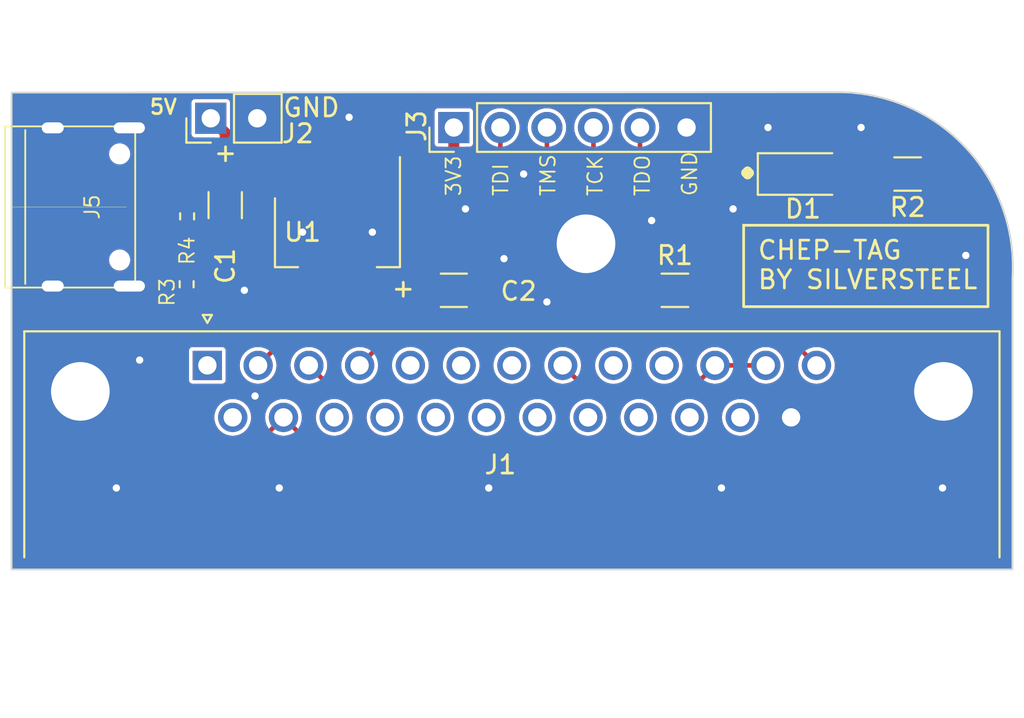
<source format=kicad_pcb>
(kicad_pcb (version 20221018) (generator pcbnew)
  (layers (0 "F.Cu" signal) (31 "B.Cu" signal) (34 "B.Paste" user) (35 "F.Paste" user) (36 "B.SilkS" user "B.Silkscreen") (37 "F.SilkS" user "F.Silkscreen") (38 "B.Mask" user) (39 "F.Mask" user) (44 "Edge.Cuts" user))
  (net 0 "")
  (net 1 "+5V")
  (net 2 "+3.3V")
  (net 19 "GND")
  (net 20 "/TDI")
  (net 21 "/TCK")
  (net 22 "/TMS")
  (net 23 "Net-(J1-Pad11)")
  (net 24 "/TDO")
  (net 25 "Net-(D1-A)")
  (net 26 "Net-(J5-CC1)")
  (net 30 "Net-(J5-CC2)")
  (footprint "Connector_PinHeader_2.54mm:PinHeader_1x02_P2.54mm_Vertical" (layer "F.Cu") (at 142.310169 83.951528 90)
    (fp_text reference "J2" (at -0.835393 4.749317) (layer "F.SilkS"))
    (fp_text value "Conn_01x02")
    (fp_line (start -1.33 -1.33) (end 0 -1.33) (stroke (width 0.12)) (layer "F.SilkS"))
    (fp_line (start -1.33 0) (end -1.33 -1.33) (stroke (width 0.12)) (layer "F.SilkS"))
    (fp_line (start -1.33 1.27) (end -1.33 3.87) (stroke (width 0.12)) (layer "F.SilkS"))
    (fp_line (start -1.33 1.27) (end 1.33 1.27) (stroke (width 0.12)) (layer "F.SilkS"))
    (fp_line (start -1.33 3.87) (end 1.33 3.87) (stroke (width 0.12)) (layer "F.SilkS"))
    (fp_line (start 1.33 1.27) (end 1.33 3.87) (stroke (width 0.12)) (layer "F.SilkS"))
    (pad "1" thru_hole rect (at 0 0 90) (size 1.7 1.7) (drill 1) (layers "*.Cu" "*.Mask") (net 1 "+5V"))
    (pad "2" thru_hole oval (at 0 2.54 90) (size 1.7 1.7) (drill 1) (layers "*.Cu" "*.Mask") (net 19 "GND"))
  )
  (footprint "" (layer "F.Cu") (at 162.787948 90.805)
    (fp_text reference "" (at 0 0) (layer "F.SilkS") (effects (font (size 1.27 1.27))))
    (fp_text value "" (at 0 0) (layer "F.SilkS") (effects (font (size 1.27 1.27))))
    (pad "0" thru_hole circle (at 0 0) (size 4 4) (drill 3.2) (layers "*.Cu" "*.Mask") (net 19 "GND"))
  )
  (footprint "Connector_Dsub:DSUB-25_Male_Horizontal_P2.77x2.84mm_EdgePinOffset7.70mm_Housed_MountingHolesOffset9.12mm" (layer "F.Cu") (at 142.125 97.444669)
    (fp_text reference "J1" (at 15.99 5.425331) (layer "F.SilkS"))
    (fp_text value "DB25_Plug_MountingHoles")
    (fp_line (start -9.99 -1.86) (end 43.23 -1.86) (stroke (width 0.12)) (layer "F.SilkS"))
    (fp_line (start -9.99 10.48) (end -9.99 -1.86) (stroke (width 0.12)) (layer "F.SilkS"))
    (fp_line (start -0.25 -2.754338) (end 0.25 -2.754338) (stroke (width 0.12)) (layer "F.SilkS"))
    (fp_line (start 0 -2.321325) (end -0.25 -2.754338) (stroke (width 0.12)) (layer "F.SilkS"))
    (fp_line (start 0.25 -2.754338) (end 0 -2.321325) (stroke (width 0.12)) (layer "F.SilkS"))
    (fp_line (start 43.23 -1.86) (end 43.23 10.48) (stroke (width 0.12)) (layer "F.SilkS"))
    (pad "0" thru_hole circle (at -6.93 1.42) (size 4 4) (drill 3.2) (layers "*.Cu" "*.Mask") (net 19 "GND"))
    (pad "0" thru_hole circle (at 40.17 1.42) (size 4 4) (drill 3.2) (layers "*.Cu" "*.Mask") (net 19 "GND"))
    (pad "1" thru_hole rect (at 0 0) (size 1.6 1.6) (drill 1) (layers "*.Cu" "*.Mask"))
    (pad "2" thru_hole circle (at 2.77 0) (size 1.6 1.6) (drill 1) (layers "*.Cu" "*.Mask") (net 20 "/TDI"))
    (pad "3" thru_hole circle (at 5.54 0) (size 1.6 1.6) (drill 1) (layers "*.Cu" "*.Mask") (net 21 "/TCK"))
    (pad "4" thru_hole circle (at 8.31 0) (size 1.6 1.6) (drill 1) (layers "*.Cu" "*.Mask") (net 22 "/TMS"))
    (pad "5" thru_hole circle (at 11.08 0) (size 1.6 1.6) (drill 1) (layers "*.Cu" "*.Mask"))
    (pad "6" thru_hole circle (at 13.85 0) (size 1.6 1.6) (drill 1) (layers "*.Cu" "*.Mask"))
    (pad "7" thru_hole circle (at 16.62 0) (size 1.6 1.6) (drill 1) (layers "*.Cu" "*.Mask"))
    (pad "8" thru_hole circle (at 19.39 0) (size 1.6 1.6) (drill 1) (layers "*.Cu" "*.Mask") (net 23 "Net-(J1-Pad11)"))
    (pad "9" thru_hole circle (at 22.16 0) (size 1.6 1.6) (drill 1) (layers "*.Cu" "*.Mask"))
    (pad "10" thru_hole circle (at 24.93 0) (size 1.6 1.6) (drill 1) (layers "*.Cu" "*.Mask"))
    (pad "11" thru_hole circle (at 27.7 0) (size 1.6 1.6) (drill 1) (layers "*.Cu" "*.Mask") (net 23 "Net-(J1-Pad11)"))
    (pad "12" thru_hole circle (at 30.47 0) (size 1.6 1.6) (drill 1) (layers "*.Cu" "*.Mask") (net 23 "Net-(J1-Pad11)"))
    (pad "13" thru_hole circle (at 33.24 0) (size 1.6 1.6) (drill 1) (layers "*.Cu" "*.Mask") (net 24 "/TDO"))
    (pad "14" thru_hole circle (at 1.385 2.84) (size 1.6 1.6) (drill 1) (layers "*.Cu" "*.Mask"))
    (pad "15" thru_hole circle (at 4.155 2.84) (size 1.6 1.6) (drill 1) (layers "*.Cu" "*.Mask") (net 2 "+3.3V"))
    (pad "16" thru_hole circle (at 6.925 2.84) (size 1.6 1.6) (drill 1) (layers "*.Cu" "*.Mask"))
    (pad "17" thru_hole circle (at 9.695 2.84) (size 1.6 1.6) (drill 1) (layers "*.Cu" "*.Mask"))
    (pad "18" thru_hole circle (at 12.465 2.84) (size 1.6 1.6) (drill 1) (layers "*.Cu" "*.Mask"))
    (pad "19" thru_hole circle (at 15.235 2.84) (size 1.6 1.6) (drill 1) (layers "*.Cu" "*.Mask"))
    (pad "20" thru_hole circle (at 18.005 2.84) (size 1.6 1.6) (drill 1) (layers "*.Cu" "*.Mask"))
    (pad "21" thru_hole circle (at 20.775 2.84) (size 1.6 1.6) (drill 1) (layers "*.Cu" "*.Mask"))
    (pad "22" thru_hole circle (at 23.545 2.84) (size 1.6 1.6) (drill 1) (layers "*.Cu" "*.Mask"))
    (pad "23" thru_hole circle (at 26.315 2.84) (size 1.6 1.6) (drill 1) (layers "*.Cu" "*.Mask"))
    (pad "24" thru_hole circle (at 29.085 2.84) (size 1.6 1.6) (drill 1) (layers "*.Cu" "*.Mask"))
    (pad "25" thru_hole circle (at 31.855 2.84) (size 1.6 1.6) (drill 1) (layers "*.Cu" "*.Mask") (net 19 "GND"))
  )
  (footprint "LED_SMD:LED_1206_3216Metric_Pad1.42x1.75mm_HandSolder" (layer "F.Cu") (at 174.625 86.995)
    (fp_text reference "D1" (at 0 1.905) (layer "F.SilkS"))
    (fp_text value "LED")
    (fp_line (start -2.46 -1.135) (end -2.46 1.135) (stroke (width 0.12)) (layer "F.SilkS"))
    (fp_line (start -2.46 1.135) (end 1.6 1.135) (stroke (width 0.12)) (layer "F.SilkS"))
    (fp_line (start 1.6 -1.135) (end -2.46 -1.135) (stroke (width 0.12)) (layer "F.SilkS"))
    (pad "1" smd roundrect (at -1.4875 0) (size 1.425 1.75) (layers "F.Cu" "F.Paste" "F.Mask") (roundrect_rratio 0.1754392982) (net 19 "GND"))
    (pad "2" smd roundrect (at 1.4875 0) (size 1.425 1.75) (layers "F.Cu" "F.Paste" "F.Mask") (roundrect_rratio 0.1754392982) (net 25 "Net-(D1-A)"))
  )
  (footprint "Resistor_SMD:R_0402_1005Metric_Pad0.72x0.64mm_HandSolder" (layer "F.Cu") (at 140.9954 93.0148 90)
    (fp_text reference "R3" (at -0.4318 -1.0668 90) (layer "F.SilkS") (effects (font (size 0.8 0.8) (thickness 0.1))))
    (fp_text value "5.1K")
    (fp_line (start -0.167621 -0.38) (end 0.167621 -0.38) (stroke (width 0.12)) (layer "F.SilkS"))
    (fp_line (start -0.167621 0.38) (end 0.167621 0.38) (stroke (width 0.12)) (layer "F.SilkS"))
    (pad "1" smd roundrect (at -0.5975 0 90) (size 0.715 0.64) (layers "F.Cu" "F.Paste" "F.Mask") (net 19 "GND"))
    (pad "2" smd roundrect (at 0.5975 0 90) (size 0.715 0.64) (layers "F.Cu" "F.Paste" "F.Mask") (net 30 "Net-(J5-CC2)"))
  )
  (footprint "Capacitor_SMD:C_1206_3216Metric_Pad1.33x1.80mm_HandSolder" (layer "F.Cu") (at 143.100305 88.695152 -90)
    (fp_text reference "C1" (at 3.323488 -0.003929 90) (layer "F.SilkS"))
    (fp_text value "10uF Tantalum")
    (fp_line (start -0.711252 -0.91) (end 0.711252 -0.91) (stroke (width 0.12)) (layer "F.SilkS"))
    (fp_line (start -0.711252 0.91) (end 0.711252 0.91) (stroke (width 0.12)) (layer "F.SilkS"))
    (pad "1" smd roundrect (at -1.5625 0 270) (size 1.325 1.8) (layers "F.Cu" "F.Paste" "F.Mask") (roundrect_rratio 0.1886792453) (net 1 "+5V"))
    (pad "2" smd roundrect (at 1.5625 0 270) (size 1.325 1.8) (layers "F.Cu" "F.Paste" "F.Mask") (roundrect_rratio 0.1886792453) (net 19 "GND"))
  )
  (footprint "Package_TO_SOT_SMD:SOT-223-3_TabPin2" (layer "F.Cu") (at 149.225 90.17 -90)
    (fp_text reference "U1" (at 0 1.905 -180) (layer "F.SilkS"))
    (fp_text value "AMS1117-3.3")
    (fp_line (start -4.1 -3.41) (end 1.91 -3.41) (stroke (width 0.12)) (layer "F.SilkS"))
    (fp_line (start -1.85 3.41) (end 1.91 3.41) (stroke (width 0.12)) (layer "F.SilkS"))
    (fp_line (start 1.91 -3.41) (end 1.91 -2.15) (stroke (width 0.12)) (layer "F.SilkS"))
    (fp_line (start 1.91 3.41) (end 1.91 2.15) (stroke (width 0.12)) (layer "F.SilkS"))
    (pad "1" smd rect (at -3.15 -2.3 270) (size 2 1.5) (layers "F.Cu" "F.Paste" "F.Mask") (net 19 "GND"))
    (pad "2" smd rect (at -3.15 0 270) (size 2 1.5) (layers "F.Cu" "F.Paste" "F.Mask") (net 2 "+3.3V"))
    (pad "2" smd rect (at 3.15 0 270) (size 2 3.8) (layers "F.Cu" "F.Paste" "F.Mask") (net 2 "+3.3V"))
    (pad "3" smd rect (at -3.15 2.3 270) (size 2 1.5) (layers "F.Cu" "F.Paste" "F.Mask") (net 1 "+5V"))
  )
  (footprint "Resistor_SMD:R_1206_3216Metric_Pad1.30x1.75mm_HandSolder" (layer "F.Cu") (at 180.34 86.995 180)
    (fp_text reference "R2" (at 0 -1.82) (layer "F.SilkS"))
    (fp_text value "10R")
    (fp_line (start -0.727064 -0.91) (end 0.727064 -0.91) (stroke (width 0.12)) (layer "F.SilkS"))
    (fp_line (start -0.727064 0.91) (end 0.727064 0.91) (stroke (width 0.12)) (layer "F.SilkS"))
    (pad "1" smd roundrect (at -1.55 0 180) (size 1.3 1.75) (layers "F.Cu" "F.Paste" "F.Mask") (roundrect_rratio 0.1923076923) (net 24 "/TDO"))
    (pad "2" smd roundrect (at 1.55 0 180) (size 1.3 1.75) (layers "F.Cu" "F.Paste" "F.Mask") (roundrect_rratio 0.1923076923) (net 25 "Net-(D1-A)"))
  )
  (footprint "Connector_PinHeader_2.54mm:PinHeader_1x06_P2.54mm_Vertical" (layer "F.Cu") (at 155.575 84.455 90)
    (fp_text reference "J3" (at 0.079541 -2.025642 90) (layer "F.SilkS"))
    (fp_text value "Conn_01x06")
    (fp_line (start -1.33 -1.33) (end 0 -1.33) (stroke (width 0.12)) (layer "F.SilkS"))
    (fp_line (start -1.33 0) (end -1.33 -1.33) (stroke (width 0.12)) (layer "F.SilkS"))
    (fp_line (start -1.33 1.27) (end -1.33 14.03) (stroke (width 0.12)) (layer "F.SilkS"))
    (fp_line (start -1.33 1.27) (end 1.33 1.27) (stroke (width 0.12)) (layer "F.SilkS"))
    (fp_line (start -1.33 14.03) (end 1.33 14.03) (stroke (width 0.12)) (layer "F.SilkS"))
    (fp_line (start 1.33 1.27) (end 1.33 14.03) (stroke (width 0.12)) (layer "F.SilkS"))
    (pad "1" thru_hole rect (at 0 0 90) (size 1.7 1.7) (drill 1) (layers "*.Cu" "*.Mask") (net 2 "+3.3V"))
    (pad "2" thru_hole oval (at 0 2.54 90) (size 1.7 1.7) (drill 1) (layers "*.Cu" "*.Mask") (net 20 "/TDI"))
    (pad "3" thru_hole oval (at 0 5.08 90) (size 1.7 1.7) (drill 1) (layers "*.Cu" "*.Mask") (net 22 "/TMS"))
    (pad "4" thru_hole oval (at 0 7.62 90) (size 1.7 1.7) (drill 1) (layers "*.Cu" "*.Mask") (net 21 "/TCK"))
    (pad "5" thru_hole oval (at 0 10.16 90) (size 1.7 1.7) (drill 1) (layers "*.Cu" "*.Mask") (net 24 "/TDO"))
    (pad "6" thru_hole oval (at 0 12.7 90) (size 1.7 1.7) (drill 1) (layers "*.Cu" "*.Mask") (net 19 "GND"))
  )
  (footprint "Resistor_SMD:R_1206_3216Metric_Pad1.30x1.75mm_HandSolder" (layer "F.Cu") (at 167.64 93.345 180)
    (fp_text reference "R1" (at 0 1.905) (layer "F.SilkS"))
    (fp_text value "4.7K")
    (fp_line (start -0.727064 -0.91) (end 0.727064 -0.91) (stroke (width 0.12)) (layer "F.SilkS"))
    (fp_line (start -0.727064 0.91) (end 0.727064 0.91) (stroke (width 0.12)) (layer "F.SilkS"))
    (pad "1" smd roundrect (at -1.55 0 180) (size 1.3 1.75) (layers "F.Cu" "F.Paste" "F.Mask") (roundrect_rratio 0.1923076923) (net 24 "/TDO"))
    (pad "2" smd roundrect (at 1.55 0 180) (size 1.3 1.75) (layers "F.Cu" "F.Paste" "F.Mask") (roundrect_rratio 0.1923076923) (net 2 "+3.3V"))
  )
  (footprint "Resistor_SMD:R_0402_1005Metric_Pad0.72x0.64mm_HandSolder" (layer "F.Cu") (at 141.0208 89.3064 90)
    (fp_text reference "R4" (at -1.8796 0 270) (layer "F.SilkS") (effects (font (size 0.8 0.8) (thickness 0.1))))
    (fp_text value "5.1K")
    (fp_line (start -0.167621 -0.38) (end 0.167621 -0.38) (stroke (width 0.12)) (layer "F.SilkS"))
    (fp_line (start -0.167621 0.38) (end 0.167621 0.38) (stroke (width 0.12)) (layer "F.SilkS"))
    (pad "1" smd roundrect (at -0.5975 0 90) (size 0.715 0.64) (layers "F.Cu" "F.Paste" "F.Mask") (net 19 "GND"))
    (pad "2" smd roundrect (at 0.5975 0 90) (size 0.715 0.64) (layers "F.Cu" "F.Paste" "F.Mask") (net 26 "Net-(J5-CC1)"))
  )
  (footprint "USB-C-Power-tester:TYPE-C-31-M-12" (layer "F.Cu") (at 133.6878 88.794 -90)
    (fp_text reference "J5" (at 0 -2.15 90) (layer "F.SilkS") (effects (font (size 0.8 0.8) (thickness 0.1))))
    (fp_text value "Connector_USB_C_Receptacle_USB2.0")
    (fp_line (start -4.4 -4.5) (end -4.4 2.6) (stroke (width 0.1)) (layer "F.SilkS"))
    (fp_line (start -4.4 -4.5) (end 4.4 -4.5) (stroke (width 0.1)) (layer "F.SilkS"))
    (fp_line (start 0 -4.02) (end 0 2.3) (stroke (width 0.02)) (layer "F.SilkS"))
    (fp_line (start 4.2 1.5) (end -4.2 1.5) (stroke (width 0.1)) (layer "F.SilkS"))
    (fp_line (start 4.4 -4.5) (end 4.4 2.6) (stroke (width 0.1)) (layer "F.SilkS"))
    (fp_line (start 4.4 2.6) (end -4.4 2.6) (stroke (width 0.1)) (layer "F.SilkS"))
    (pad "" np_thru_hole circle (at -2.9 -3.65 270) (size 0.65 0.65) (drill 0.65) (layers "*.Cu" "*.Mask") (clearance 0.01))
    (pad "" np_thru_hole circle (at 2.9 -3.65 270) (size 0.65 0.65) (drill 0.65) (layers "*.Cu" "*.Mask") (clearance 0.01))
    (pad "A1" smd rect (at -3.375 -5.1 270) (size 0.25 1.45) (layers "F.Cu" "F.Paste" "F.Mask") (net 19 "GND"))
    (pad "A4" smd rect (at -2.575 -5.1 270) (size 0.25 1.45) (layers "F.Cu" "F.Paste" "F.Mask") (net 1 "+5V"))
    (pad "A5" smd rect (at -1.25 -5.1 270) (size 0.25 1.45) (layers "F.Cu" "F.Paste" "F.Mask") (net 26 "Net-(J5-CC1)"))
    (pad "A6" smd rect (at -0.25 -5.1 270) (size 0.25 1.45) (layers "F.Cu" "F.Paste" "F.Mask"))
    (pad "A7" smd rect (at 0.25 -5.1 270) (size 0.25 1.45) (layers "F.Cu" "F.Paste" "F.Mask"))
    (pad "A8" smd rect (at 1.25 -5.1 270) (size 0.25 1.45) (layers "F.Cu" "F.Paste" "F.Mask"))
    (pad "A9" smd rect (at 2.575 -5.1 270) (size 0.25 1.45) (layers "F.Cu" "F.Paste" "F.Mask") (net 1 "+5V"))
    (pad "A12" smd rect (at 3.375 -5.1 270) (size 0.25 1.45) (layers "F.Cu" "F.Paste" "F.Mask") (net 19 "GND"))
    (pad "B1" smd rect (at 3.1 -5.1 270) (size 0.3 1.45) (layers "F.Cu" "F.Paste" "F.Mask") (net 19 "GND"))
    (pad "B4" smd rect (at 2.3 -5.1 270) (size 0.3 1.45) (layers "F.Cu" "F.Paste" "F.Mask") (net 1 "+5V"))
    (pad "B5" smd rect (at 1.75 -5.1 270) (size 0.25 1.45) (layers "F.Cu" "F.Paste" "F.Mask") (net 30 "Net-(J5-CC2)"))
    (pad "B6" smd rect (at 0.75 -5.1 270) (size 0.25 1.45) (layers "F.Cu" "F.Paste" "F.Mask"))
    (pad "B7" smd rect (at -0.75 -5.1 270) (size 0.25 1.45) (layers "F.Cu" "F.Paste" "F.Mask"))
    (pad "B8" smd rect (at -1.75 -5.1 270) (size 0.25 1.45) (layers "F.Cu" "F.Paste" "F.Mask"))
    (pad "B9" smd rect (at -2.3 -5.1 270) (size 0.3 1.45) (layers "F.Cu" "F.Paste" "F.Mask") (net 1 "+5V"))
    (pad "B12" smd rect (at -3.1 -5.1 270) (size 0.3 1.45) (layers "F.Cu" "F.Paste" "F.Mask") (net 19 "GND"))
    (pad "S1" thru_hole roundrect (at -4.32 -4.18 270) (size 1 2.2) (drill oval 0.6 1.7) (layers "*.Cu" "*.Mask") (roundrect_rratio 0.5) (net 19 "GND"))
    (pad "S1" thru_hole roundrect (at -4.32 0 270) (size 1 1.6) (drill oval 0.6 1.2) (layers "*.Cu" "*.Mask") (roundrect_rratio 0.5) (net 19 "GND"))
    (pad "S1" thru_hole roundrect (at 4.32 -4.18 270) (size 1 2.2) (drill oval 0.6 1.7) (layers "*.Cu" "*.Mask") (roundrect_rratio 0.5) (net 19 "GND"))
    (pad "S1" thru_hole roundrect (at 4.32 0 270) (size 1 1.6) (drill oval 0.6 1.2) (layers "*.Cu" "*.Mask") (roundrect_rratio 0.5) (net 19 "GND"))
  )
  (footprint "Capacitor_SMD:C_1206_3216Metric_Pad1.33x1.80mm_HandSolder" (layer "F.Cu") (at 155.575 93.345)
    (fp_text reference "C2" (at 3.534882 0.050364) (layer "F.SilkS"))
    (fp_text value "10uF Tantalum")
    (fp_line (start -0.711252 -0.91) (end 0.711252 -0.91) (stroke (width 0.12)) (layer "F.SilkS"))
    (fp_line (start -0.711252 0.91) (end 0.711252 0.91) (stroke (width 0.12)) (layer "F.SilkS"))
    (pad "1" smd roundrect (at -1.5625 0) (size 1.325 1.8) (layers "F.Cu" "F.Paste" "F.Mask") (roundrect_rratio 0.1886792453) (net 2 "+3.3V"))
    (pad "2" smd roundrect (at 1.5625 0) (size 1.325 1.8) (layers "F.Cu" "F.Paste" "F.Mask") (roundrect_rratio 0.1886792453) (net 19 "GND"))
  )
  (gr_rect (start 171.390686 89.793186) (end 184.725686 94.238186) (stroke (width 0.15)) (fill none) (layer "F.SilkS"))
  (gr_line (start 131.445 82.55) (end 176.53 82.528857) (stroke (width 0.1)) (layer "Edge.Cuts"))
  (gr_line (start 186.055 92.71) (end 186.055 108.585) (stroke (width 0.1)) (layer "Edge.Cuts"))
  (gr_arc (start 176.53 82.528857) (mid 183.501035 85.553227) (end 186.055 92.71) (stroke (width 0.1)) (layer "Edge.Cuts"))
  (gr_line (start 186.055 108.585) (end 131.445 108.585) (stroke (width 0.1)) (layer "Edge.Cuts"))
  (gr_line (start 131.445 108.585) (end 131.445 82.55) (stroke (width 0.1)) (layer "Edge.Cuts"))
  (gr_text "+" (at 152.1 93.8) (layer "F.SilkS") (effects (font (size 1 1)) (justify left bottom)))
  (gr_text "5V" (at 138.9 83.8) (layer "F.SilkS") (effects (font (size 0.8 0.8) (thickness 0.15) bold) (justify left bottom)))
  (gr_text "CHEP-TAG\nBY SILVERSTEEL" (at 172.085 93.345) (layer "F.SilkS") (effects (font (size 1 1)) (justify left bottom)))
  (gr_text "3V3\n\nTDI\n\nTMS\n\nTCK\n\nTDO\n\nGND" (at 168.91 88.265 90) (layer "F.SilkS") (effects (font (size 0.8 0.8) (thickness 0.1)) (justify left bottom)))
  (gr_text "+" (at 142.4 86.4) (layer "F.SilkS") (effects (font (size 1 1)) (justify left bottom)))
  (gr_text "." (at 170.8 87.3) (layer "F.SilkS") (effects (font (size 2 2) (thickness 0.5) bold) (justify left bottom)))
  (gr_text "GND\n" (at 146.180169 83.951528) (layer "F.SilkS") (effects (font (size 1 1)) (justify left bottom)))
  (segment (start 143.338415 86.874085) (end 146.779085 86.874085) (width 0.6) (layer "F.Cu") (net 1))
  (segment (start 143.100305 84.741664) (end 142.310169 83.951528) (width 0.6) (layer "F.Cu") (net 1))
  (segment (start 137.414 86.9442) (end 137.8642 86.494) (width 0.4) (layer "F.Cu") (net 1))
  (segment (start 143.100305 87.132652) (end 143.100305 86.883126) (width 0.6) (layer "F.Cu") (net 1))
  (segment (start 138.7878 91.094) (end 137.833816 91.094) (width 0.4) (layer "F.Cu") (net 1))
  (segment (start 143.100305 87.132652) (end 143.100305 84.741664) (width 0.6) (layer "F.Cu") (net 1))
  (segment (start 140.5476 86.344) (end 138.7878 86.344) (width 0.6) (layer "F.Cu") (net 1))
  (segment (start 137.414 90.6952) (end 137.414 86.9442) (width 0.4) (layer "F.Cu") (net 1))
  (segment (start 143.100305 87.132652) (end 142.932957 87.3) (width 0.6) (layer "F.Cu") (net 1))
  (segment (start 146.779085 86.874085) (end 146.925 87.02) (width 0.6) (layer "F.Cu") (net 1))
  (segment (start 137.833816 91.094) (end 137.658816 90.919) (width 0.4) (layer "F.Cu") (net 1))
  (segment (start 137.6378 90.919) (end 137.414 90.6952) (width 0.4) (layer "F.Cu") (net 1))
  (segment (start 142.932957 87.3) (end 141.5036 87.3) (width 0.6) (layer "F.Cu") (net 1))
  (segment (start 146.925 87.02) (end 146.9 86.995) (width 0.25) (layer "F.Cu") (net 1))
  (segment (start 137.658816 90.919) (end 137.6378 90.919) (width 0.4) (layer "F.Cu") (net 1))
  (segment (start 143.1925 87.02) (end 143.338415 86.874085) (width 0.6) (layer "F.Cu") (net 1))
  (segment (start 143.100305 86.883126) (end 143.091264 86.874085) (width 0.6) (layer "F.Cu") (net 1))
  (segment (start 142.875 87.3375) (end 143.1925 87.02) (width 0.25) (layer "F.Cu") (net 1))
  (segment (start 137.8642 86.494) (end 138.6078 86.494) (width 0.4) (layer "F.Cu") (net 1))
  (segment (start 141.5036 87.3) (end 140.5476 86.344) (width 0.6) (layer "F.Cu") (net 1))
  (segment (start 140.425 96.027335) (end 140.425 100.42) (width 0.25) (layer "F.Cu") (net 2))
  (segment (start 154.0125 93.345) (end 154.0125 89.1925) (width 0.6) (layer "F.Cu") (net 2))
  (segment (start 153.9875 93.32) (end 154.0125 93.345) (width 0.25) (layer "F.Cu") (net 2))
  (segment (start 141.202335 95.25) (end 140.425 96.027335) (width 0.25) (layer "F.Cu") (net 2))
  (segment (start 161.29 101.072702) (end 160.387851 101.974851) (width 0.25) (layer "F.Cu") (net 2))
  (segment (start 147.970182 101.974851) (end 146.28 100.284669) (width 0.25) (layer "F.Cu") (net 2))
  (segment (start 153.668604 95.25) (end 141.202335 95.25) (width 0.25) (layer "F.Cu") (net 2))
  (segment (start 161.29 99.695) (end 161.29 101.072702) (width 0.25) (layer "F.Cu") (net 2))
  (segment (start 154.0125 93.345) (end 154.0125 94.906104) (width 0.25) (layer "F.Cu") (net 2))
  (segment (start 144.329669 102.235) (end 146.28 100.284669) (width 0.25) (layer "F.Cu") (net 2))
  (segment (start 149.225 93.32) (end 149.225 87.02) (width 0.6) (layer "F.Cu") (net 2))
  (segment (start 166.09 93.345) (end 163.83 93.345) (width 0.25) (layer "F.Cu") (net 2))
  (segment (start 155.575 87.63) (end 155.575 84.455) (width 0.6) (layer "F.Cu") (net 2))
  (segment (start 149.225 93.32) (end 153.9875 93.32) (width 0.6) (layer "F.Cu") (net 2))
  (segment (start 163.83 93.345) (end 160.292623 96.882377) (width 0.25) (layer "F.Cu") (net 2))
  (segment (start 142.24 102.235) (end 144.329669 102.235) (width 0.25) (layer "F.Cu") (net 2))
  (segment (start 160.292623 96.882377) (end 160.292623 98.697623) (width 0.25) (layer "F.Cu") (net 2))
  (segment (start 140.425 100.42) (end 142.24 102.235) (width 0.25) (layer "F.Cu") (net 2))
  (segment (start 160.292623 98.697623) (end 161.29 99.695) (width 0.25) (layer "F.Cu") (net 2))
  (segment (start 160.387851 101.974851) (end 147.970182 101.974851) (width 0.25) (layer "F.Cu") (net 2))
  (segment (start 154.0125 89.1925) (end 155.575 87.63) (width 0.6) (layer "F.Cu") (net 2))
  (segment (start 154.0125 94.906104) (end 153.668604 95.25) (width 0.25) (layer "F.Cu") (net 2))
  (via (at 182.245 104.14) (size 0.8) (drill 0.4) (layers "F.Cu" "B.Cu") (net 19))
  (via (at 157.48 104.14) (size 0.8) (drill 0.4) (layers "F.Cu" "B.Cu") (net 19))
  (via (at 144.727402 99.117613) (size 0.8) (drill 0.4) (layers "F.Cu" "B.Cu") (net 19))
  (via (at 183.515 91.44) (size 0.8) (drill 0.4) (layers "F.Cu" "B.Cu") (net 19))
  (via (at 146.05 104.14) (size 0.8) (drill 0.4) (layers "F.Cu" "B.Cu") (net 19))
  (via (at 151.13 90.17) (size 0.8) (drill 0.4) (layers "F.Cu" "B.Cu") (net 19))
  (via (at 147.32 90.17) (size 0.8) (drill 0.4) (layers "F.Cu" "B.Cu") (net 19))
  (via (at 166.37 89.535) (size 0.8) (drill 0.4) (layers "F.Cu" "B.Cu") (net 19))
  (via (at 144.145 93.345) (size 0.8) (drill 0.4) (layers "F.Cu" "B.Cu") (net 19))
  (via (at 160.655 93.98) (size 0.8) (drill 0.4) (layers "F.Cu" "B.Cu") (net 19))
  (via (at 138.43 97.155) (size 0.8) (drill 0.4) (layers "F.Cu" "B.Cu") (net 19))
  (via (at 172.72 84.455) (size 0.8) (drill 0.4) (layers "F.Cu" "B.Cu") (net 19))
  (via (at 149.86 83.895169) (size 0.8) (drill 0.4) (layers "F.Cu" "B.Cu") (net 19))
  (via (at 137.16 104.14) (size 0.8) (drill 0.4) (layers "F.Cu" "B.Cu") (net 19))
  (via (at 159.385 86.995) (size 0.8) (drill 0.4) (layers "F.Cu" "B.Cu") (net 19))
  (via (at 170.815 88.9) (size 0.8) (drill 0.4) (layers "F.Cu" "B.Cu") (net 19))
  (via (at 170.18 104.14) (size 0.8) (drill 0.4) (layers "F.Cu" "B.Cu") (net 19))
  (via (at 177.8 84.455) (size 0.8) (drill 0.4) (layers "F.Cu" "B.Cu") (net 19))
  (via (at 156.21 88.9) (size 0.8) (drill 0.4) (layers "F.Cu" "B.Cu") (net 19))
  (via (at 158.313485 91.618327) (size 0.8) (drill 0.4) (layers "F.Cu" "B.Cu") (net 19))
  (segment (start 146.639669 95.7) (end 154.49 95.7) (width 0.25) (layer "F.Cu") (net 20))
  (segment (start 144.895 97.444669) (end 146.639669 95.7) (width 0.25) (layer "F.Cu") (net 20))
  (segment (start 154.49 95.7) (end 155.46072 94.72928) (width 0.25) (layer "F.Cu") (net 20))
  (segment (start 155.46072 94.72928) (end 155.46072 91.870384) (width 0.25) (layer "F.Cu") (net 20))
  (segment (start 155.46072 91.870384) (end 158.115 89.216104) (width 0.25) (layer "F.Cu") (net 20))
  (segment (start 158.115 89.216104) (end 158.115 84.455) (width 0.25) (layer "F.Cu") (net 20))
  (segment (start 147.665 97.444669) (end 148.982857 98.762526) (width 0.25) (layer "F.Cu") (net 21))
  (segment (start 159.385 90.17) (end 163.195 86.36) (width 0.25) (layer "F.Cu") (net 21))
  (segment (start 157.48 95.885) (end 159.385 93.98) (width 0.25) (layer "F.Cu") (net 21))
  (segment (start 157.48 97.79) (end 157.48 95.885) (width 0.25) (layer "F.Cu") (net 21))
  (segment (start 156.507474 98.762526) (end 157.48 97.79) (width 0.25) (layer "F.Cu") (net 21))
  (segment (start 148.982857 98.762526) (end 156.507474 98.762526) (width 0.25) (layer "F.Cu") (net 21))
  (segment (start 159.385 93.98) (end 159.385 90.17) (width 0.25) (layer "F.Cu") (net 21))
  (segment (start 163.195 86.36) (end 163.195 84.455) (width 0.25) (layer "F.Cu") (net 21))
  (segment (start 160.655 87.3125) (end 155.91072 92.05678) (width 0.25) (layer "F.Cu") (net 22))
  (segment (start 154.704187 96.204226) (end 151.675443 96.204226) (width 0.25) (layer "F.Cu") (net 22))
  (segment (start 151.675443 96.204226) (end 150.435 97.444669) (width 0.25) (layer "F.Cu") (net 22))
  (segment (start 160.655 84.455) (end 160.655 87.3125) (width 0.25) (layer "F.Cu") (net 22))
  (segment (start 155.91072 94.997693) (end 154.704187 96.204226) (width 0.25) (layer "F.Cu") (net 22))
  (segment (start 155.91072 92.05678) (end 155.91072 94.997693) (width 0.25) (layer "F.Cu") (net 22))
  (segment (start 162.817284 98.746953) (end 168.522716 98.746953) (width 0.25) (layer "F.Cu") (net 23))
  (segment (start 168.522716 98.746953) (end 169.825 97.444669) (width 0.25) (layer "F.Cu") (net 23))
  (segment (start 172.595 97.444669) (end 169.825 97.444669) (width 0.25) (layer "F.Cu") (net 23))
  (segment (start 161.515 97.444669) (end 162.817284 98.746953) (width 0.25) (layer "F.Cu") (net 23))
  (segment (start 165.735 86.36) (end 165.735 84.455) (width 0.25) (layer "F.Cu") (net 24))
  (segment (start 171.040165 91.665165) (end 165.735 86.36) (width 0.25) (layer "F.Cu") (net 24))
  (segment (start 169.415165 93.119835) (end 171.040165 93.119835) (width 0.25) (layer "F.Cu") (net 24))
  (segment (start 175.365 97.444669) (end 171.040165 93.119835) (width 0.25) (layer "F.Cu") (net 24))
  (segment (start 171.040165 93.119835) (end 171.040165 91.665165) (width 0.25) (layer "F.Cu") (net 24))
  (segment (start 171.040165 93.119835) (end 175.765165 93.119835) (width 0.25) (layer "F.Cu") (net 24))
  (segment (start 169.19 93.345) (end 169.415165 93.119835) (width 0.25) (layer "F.Cu") (net 24))
  (segment (start 175.765165 93.119835) (end 181.89 86.995) (width 0.25) (layer "F.Cu") (net 24))
  (segment (start 178.79 86.995) (end 176.1125 86.995) (width 0.25) (layer "F.Cu") (net 25))
  (segment (start 139.8559 87.544) (end 141.0208 88.7089) (width 0.25) (layer "F.Cu") (net 26))
  (segment (start 138.7878 87.544) (end 139.8559 87.544) (width 0.25) (layer "F.Cu") (net 26))
  (segment (start 139.7628 90.544) (end 140.9954 91.7766) (width 0.25) (layer "F.Cu") (net 30))
  (segment (start 140.9954 91.7766) (end 140.9954 92.4173) (width 0.25) (layer "F.Cu") (net 30))
  (segment (start 138.7878 90.544) (end 139.7628 90.544) (width 0.25) (layer "F.Cu") (net 30))
  (zone (net 19) (net_name "GND") (layers "F&B.Cu") (connect_pads yes (clearance 0)) (min_thickness 0.25) (fill yes (thermal_gap 0.5) (thermal_bridge_width 0.5))
    (polygon (pts (xy 130.81 81.915) (xy 186.69 81.915) (xy 186.69 109.22) (xy 130.81 109.22)))
  )
)
</source>
